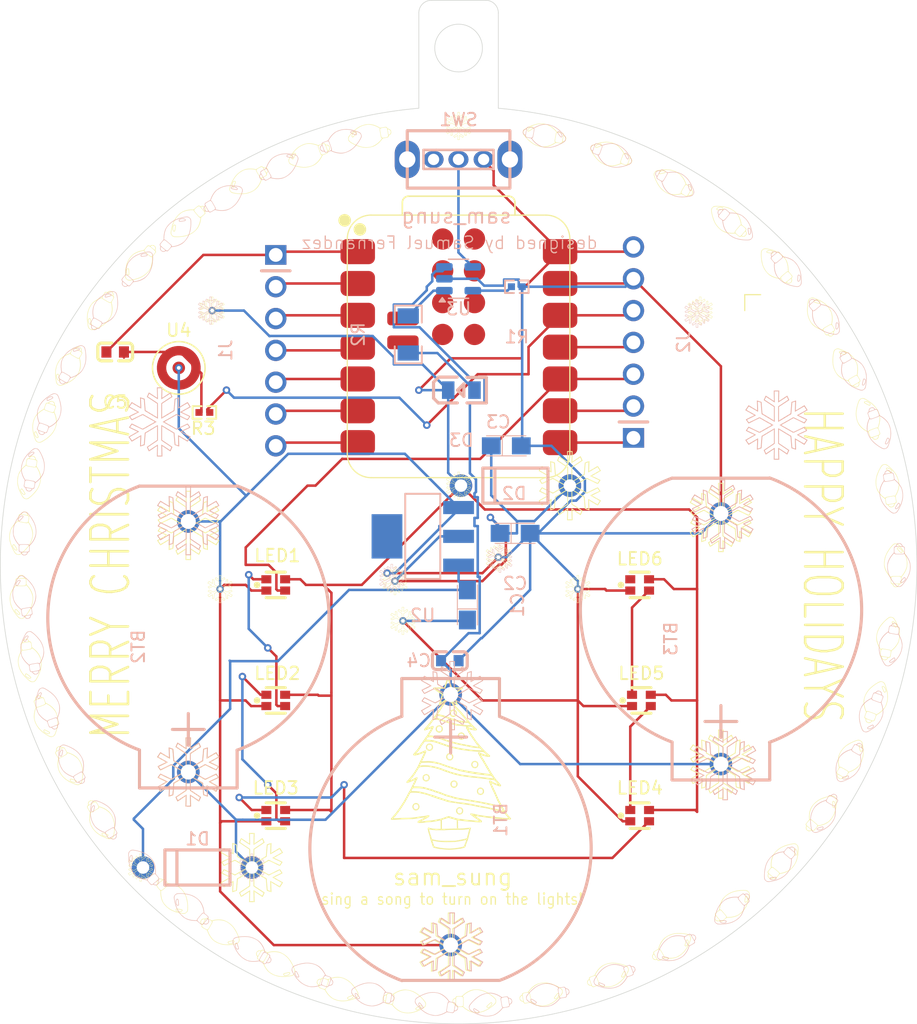
<source format=kicad_pcb>
(kicad_pcb (version 20241228) (generator "pcbnew") (generator_version "9.0")
  (layers (0 "F.Cu" signal) (2 "B.Cu" signal) (13 "F.Paste" user) (15 "B.Paste" user) (5 "F.SilkS" user "F.Silkscreen") (7 "B.SilkS" user "B.Silkscreen") (1 "F.Mask" user) (3 "B.Mask" user) (25 "Edge.Cuts" user))
  (net 0 "")
  (net 2 "Net-(LED1-DO)")
  (net 3 "GND")
  (net 4 "LED")
  (net 5 "VBUS")
  (net 6 "Net-(U4-+)")
  (net 7 "Net-(LED2-DO)")
  (net 8 "Net-(LED3-DO)")
  (net 9 "Net-(LED4-DO)")
  (net 10 "Net-(LED5-DO)")
  (net 11 "MIC")
  (net 12 "Net-(U3-STAT)")
  (net 13 "Net-(U3-PROG)")
  (net 14 "+BATT")
  (net 15 "Net-(U3-V_{DD})")
  (net 16 "Net-(D1-K)")
  (net 17 "Net-(D2-A)")
  (net 18 "Net-(D3-K)")
  (net 19 "Net-(J1-Pin_4)")
  (net 20 "Net-(J1-Pin_6)")
  (net 21 "Net-(J1-Pin_3)")
  (net 22 "Net-(J1-Pin_5)")
  (net 23 "Net-(J1-Pin_2)")
  (net 24 "+3.3V")
  (net 25 "Net-(J2-Pin_4)")
  (net 37 "Net-(J1-Pin_7)")
  (net 38 "Net-(J2-Pin_1)")
  (net 39 "Net-(J2-Pin_2)")
  (footprint "LOGO" (layer "F.Cu") (at 157.734 136.652 -80)
    (property "Reference" "G***" (hide yes))
    (property "Value" "LOGO" (hide yes))
  )
  (footprint "LOGO" (layer "F.Cu") (at 172.085 98.552)
    (property "Reference" "G***" (hide yes))
    (property "Value" "LOGO" (hide yes))
  )
  (footprint "LOGO" (layer "F.Cu") (at 172.72 74.93 50)
    (property "Reference" "G***" (hide yes))
    (property "Value" "LOGO" (hide yes))
  )
  (footprint "easyeda2kicad:LED-SMD_4P-L1.6-W1.5_XL-1615RGBC-WS2812B" (layer "F.Cu") (at 165.595 103.937)
    (property "Reference" "LED6")
    (property "Value" "XL-1615RGBC-WS2812B" (hide yes))
  )
  (footprint "LOGO" (layer "F.Cu") (at 172.974 129.54 -50)
    (property "Reference" "G***" (hide yes))
    (property "Value" "LOGO" (hide yes))
  )
  (footprint "LOGO" (layer "F.Cu") (at 131.445 82.042)
    (property "Reference" "G***" (hide yes))
    (property "Value" "LOGO" (hide yes))
  )
  (footprint "LOGO" (layer "F.Cu") (at 134.366 71.628 120)
    (property "Reference" "G***" (hide yes))
    (property "Value" "LOGO" (hide yes))
  )
  (footprint "easyeda2kicad:R0402" (layer "F.Cu") (at 130.824 90.17)
    (property "Reference" "R3")
    (property "Value" "2.2k")
  )
  (footprint "LOGO" (layer "F.Cu") (at 134.62 126.492)
    (property "Reference" "G***" (hide yes))
    (property "Value" "LOGO" (hide yes))
  )
  (footprint "easyeda2kicad:LED-SMD_4P-L1.6-W1.5_XL-1615RGBC-WS2812B" (layer "F.Cu") (at 165.735 113.157)
    (property "Reference" "LED5")
    (property "Value" "XL-1615RGBC-WS2812B" (hide yes))
  )
  (footprint "LOGO" (layer "F.Cu") (at 182.372 117.856 -30)
    (property "Reference" "G***" (hide yes))
    (property "Value" "LOGO" (hide yes))
  )
  (footprint "LOGO" (layer "F.Cu") (at 129.54 99.187)
    (property "Reference" "G***" (hide yes))
    (property "Value" "LOGO" (hide yes))
  )
  (footprint "LOGO" (layer "F.Cu") (at 151.13 96.012)
    (property "Reference" "G***" (hide yes))
    (property "Value" "LOGO" (hide yes))
  )
  (footprint "LOGO" (layer "F.Cu") (at 122.555 82.042 150)
    (property "Reference" "G***" (hide yes))
    (property "Value" "LOGO" (hide yes))
  )
  (footprint "LOGO" (layer "F.Cu") (at 180.086 122.174 -40)
    (property "Reference" "G***" (hide yes))
    (property "Value" "LOGO" (hide yes))
  )
  (footprint "LOGO" (layer "F.Cu") (at 129.54 74.93 130)
    (property "Reference" "G***" (hide yes))
    (property "Value" "LOGO" (hide yes))
  )
  (footprint "LOGO" (layer "F.Cu") (at 120.015 118.364 -150)
    (property "Reference" "G***" (hide yes))
    (property "Value" "LOGO" (hide yes))
  )
  (footprint "LOGO" (layer "F.Cu") (at 150.495 118.237)
    (property "Reference" "G***" (hide yes))
    (property "Value" "LOGO" (hide yes))
  )
  (footprint "LOGO" (layer "F.Cu") (at 183.896 90.678 20)
    (property "Reference" "G***" (hide yes))
    (property "Value" "LOGO" (hide yes))
  )
  (footprint "LOGO" (layer "F.Cu") (at 128.27 128.778 -140)
    (property "Reference" "G***" (hide yes))
    (property "Value" "LOGO" (hide yes))
  )
  (footprint "LOGO" (layer "F.Cu") (at 177.038 125.984 -40)
    (property "Reference" "G***" (hide yes))
    (property "Value" "LOGO" (hide yes))
  )
  (footprint "easyeda2kicad:LED-SMD_4P-L1.6-W1.5_XL-1615RGBC-WS2812B" (layer "F.Cu") (at 165.595 122.352)
    (property "Reference" "LED4")
    (property "Value" "XL-1615RGBC-WS2812B" (hide yes))
  )
  (footprint "LOGO" (layer "F.Cu") (at 146.685 106.807)
    (property "Reference" "G***" (hide yes))
    (property "Value" "LOGO" (hide yes))
  )
  (footprint "LOGO" (layer "F.Cu") (at 160.655 104.267)
    (property "Reference" "G***" (hide yes))
    (property "Value" "LOGO" (hide yes))
  )
  (footprint "LOGO" (layer "F.Cu") (at 163.068 135.128 -70)
    (property "Reference" "G***" (hide yes))
    (property "Value" "LOGO" (hide yes))
  )
  (footprint "LOGO" (layer "F.Cu") (at 116.84 95.377 170)
    (property "Reference" "G***" (hide yes))
    (property "Value" "LOGO" (hide yes))
  )
  (footprint "LOGO" (layer "F.Cu") (at 144.018 68.072 100)
    (property "Reference" "G***" (hide yes))
    (property "Value" "LOGO" (hide yes))
  )
  (footprint "LOGO" (layer "F.Cu") (at 116.205 99.822 170)
    (property "Reference" "G***" (hide yes))
    (property "Value" "LOGO" (hide yes))
  )
  (footprint "LOGO" (layer "F.Cu") (at 160.02 96.012)
    (property "Reference" "G***" (hide yes))
    (property "Value" "LOGO" (hide yes))
  )
  (footprint "LOGO" (layer "F.Cu") (at 184.404 113.284 -20)
    (property "Reference" "G***" (hide yes))
    (property "Value" "LOGO" (hide yes))
  )
  (footprint "LOGO" (layer "F.Cu") (at 146.812 137.16 -100)
    (property "Reference" "G***" (hide yes))
    (property "Value" "LOGO" (hide yes))
  )
  (footprint "LOGO" (layer "F.Cu") (at 120.015 86.487 150)
    (property "Reference" "G***" (hide yes))
    (property "Value" "LOGO" (hide yes))
  )
  (footprint "LOGO" (layer "F.Cu") (at 176.53 78.486 40)
    (property "Reference" "G***" (hide yes))
    (property "Value" "LOGO" (hide yes))
  )
  (footprint "LOGO" (layer "F.Cu") (at 157.988 68.072 80)
    (property "Reference" "G***" (hide yes))
    (property "Value" "LOGO" (hide yes))
  )
  (footprint "LOGO" (layer "F.Cu") (at 185.42 96.012 10)
    (property "Reference" "G***" (hide yes))
    (property "Value" "LOGO" (hide yes))
  )
  (footprint "LOGO" (layer "F.Cu") (at 116.205 104.902 180)
    (property "Reference" "G***" (hide yes))
    (property "Value" "LOGO" (hide yes))
  )
  (footprint "LOGO" (layer "F.Cu") (at 182.118 86.614 30)
    (property "Reference" "G***" (hide yes))
    (property "Value" "LOGO" (hide yes))
  )
  (footprint "LOGO" (layer "F.Cu") (at 170.434 82.042)
    (property "Reference" "G***" (hide yes))
    (property "Value" "LOGO" (hide yes))
  )
  (footprint "LOGO" (layer "F.Cu") (at 151.13 67.31)
    (property "Reference" "G***" (hide yes))
    (property "Value" "LOGO" (hide yes))
  )
  (footprint "LOGO" (layer "F.Cu") (at 150.495 132.842)
    (property "Reference" "G***" (hide yes))
    (property "Value" "LOGO" (hide yes))
  )
  (footprint "LOGO" (layer "F.Cu") (at 172.085 118.237)
    (property "Reference" "G***" (hide yes))
    (property "Value" "LOGO" (hide yes))
  )
  (footprint "easyeda2kicad:LED-SMD_4P-L1.6-W1.5_XL-1615RGBC-WS2812B" (layer "F.Cu") (at 136.525 103.937)
    (property "Reference" "LED1")
    (property "Value" "XL-1615RGBC-WS2812B" (hide yes))
  )
  (footprint "LOGO" (layer "F.Cu") (at 122.555 122.682 -150)
    (property "Reference" "G***" (hide yes))
    (property "Value" "LOGO" (hide yes))
  )
  (footprint "LOGO" (layer "F.Cu") (at 139.192 69.596 110)
    (property "Reference" "G***" (hide yes))
    (property "Value" "LOGO" (hide yes))
  )
  (footprint "LOGO" (layer "F.Cu") (at 136.525 134.112 -120)
    (property "Reference" "G***" (hide yes))
    (property "Value" "LOGO" (hide yes))
  )
  (footprint "easyeda2kicad:C0603" (layer "F.Cu") (at 123.698 85.344 180)
    (property "Reference" "C5")
    (property "Value" "10uF" (hide yes))
  )
  (footprint "easyeda2kicad:LED-SMD_4P-L1.6-W1.5_XL-1615RGBC-WS2812B" (layer "F.Cu") (at 136.525 113.157)
    (property "Reference" "LED2")
    (property "Value" "XL-1615RGBC-WS2812B" (hide yes))
  )
  (footprint "LOGO" (layer "F.Cu") (at 185.42 108.204 -10)
    (property "Reference" "G***" (hide yes))
    (property "Value" "LOGO" (hide yes))
  )
  (footprint "LOGO" (layer "F.Cu") (at 141.478 136.144 -110)
    (property "Reference" "G***" (hide yes))
    (property "Value" "LOGO" (hide yes))
  )
  (footprint "LOGO" (layer "F.Cu") (at 125.73 126.492)
    (property "Reference" "G***" (hide yes))
    (property "Value" "LOGO" (hide yes))
  )
  (footprint "LOGO" (layer "F.Cu") (at 146.05 103.632)
    (property "Reference" "G***" (hide yes))
    (property "Value" "LOGO" (hide yes))
  )
  (footprint "xiao:XIAO-ESP32S3-SMD" (layer "F.Cu") (at 151.136364 84.912)
    (property "Reference" "U1" (hide yes))
    (property "Value" "XIAO-ESP32-C3-SMD")
  )
  (footprint "LOGO" (layer "F.Cu") (at 186.055 102.362)
    (property "Reference" "G***" (hide yes))
    (property "Value" "LOGO" (hide yes))
  )
  (footprint "LOGO" (layer "F.Cu") (at 132.08 104.267)
    (property "Reference" "G***" (hide yes))
    (property "Value" "LOGO" (hide yes))
  )
  (footprint "LOGO" (layer "F.Cu") (at 163.322 69.596 70)
    (property "Reference" "G***" (hide yes))
    (property "Value" "LOGO" (hide yes))
  )
  (footprint "LOGO" (layer "F.Cu") (at 129.54 118.872)
    (property "Reference" "G***" (hide yes))
    (property "Value" "LOGO" (hide yes))
  )
  (footprint "LOGO" (layer "F.Cu") (at 154.305 101.727)
    (property "Reference" "G***" (hide yes))
    (property "Value" "LOGO" (hide yes))
  )
  (footprint "LOGO" (layer "F.Cu") (at 125.73 78.232 140)
    (property "Reference" "G***" (hide yes))
    (property "Value" "LOGO" (hide yes))
  )
  (footprint "Sensor_Audio:CUI_CMC-4013-SMT" (layer "F.Cu") (at 128.778 86.614)
    (property "Reference" "U4")
    (property "Value" "B4013AM422-42" (hide yes))
  )
  (footprint "LOGO" (layer "F.Cu") (at 118.11 90.932 160)
    (property "Reference" "G***" (hide yes))
    (property "Value" "LOGO" (hide yes))
  )
  (footprint "LOGO" (layer "F.Cu") (at 116.84 109.982 -170)
    (property "Reference" "G***" (hide yes))
    (property "Value" "LOGO" (hide yes))
  )
  (footprint "LOGO" (layer "F.Cu") (at 168.275 71.882 60)
    (property "Reference" "G***" (hide yes))
    (property "Value" "LOGO" (hide yes))
  )
  (footprint "easyeda2kicad:LED-SMD_4P-L1.6-W1.5_XL-1615RGBC-WS2812B" (layer "F.Cu") (at 136.525 122.352)
    (property "Reference" "LED3")
    (property "Value" "XL-1615RGBC-WS2812B" (hide yes))
  )
  (footprint "LOGO" (layer "F.Cu") (at 168.148 132.842 -60)
    (property "Reference" "G***" (hide yes))
    (property "Value" "LOGO" (hide yes))
  )
  (footprint "LOGO" (layer "F.Cu") (at 180.086 82.55 30)
    (property "Reference" "G***" (hide yes))
    (property "Value" "LOGO" (hide yes))
  )
  (footprint "LOGO" (layer "F.Cu") (at 132.08 131.572 -120)
    (property "Reference" "G***" (hide yes))
    (property "Value" "LOGO" (hide yes))
  )
  (footprint "LOGO" (layer "F.Cu") (at 152.4 137.16 -90)
    (property "Reference" "G***" (hide yes))
    (property "Value" "LOGO" (hide yes))
  )
  (footprint "LOGO" (layer "F.Cu") (at 118.11 114.427 -160)
    (property "Reference" "G***" (hide yes))
    (property "Value" "LOGO" (hide yes))
  )
  (footprint "easyeda2kicad:BAT-TH_AAA-BAT-029-K01" (layer "B.Cu") (at 129.54 108.872 -90)
    (property "Reference" "BT2")
    (property "Value" "Battery_Cell")
  )
  (footprint "LOGO" (layer "B.Cu") (at 122.809 82.042 150)
    (property "Reference" "G***" (hide yes))
    (property "Value" "LOGO" (hide yes))
  )
  (footprint "LOGO" (layer "B.Cu") (at 173.228 75.184 50)
    (property "Reference" "G***" (hide yes))
    (property "Value" "LOGO" (hide yes))
  )
  (footprint "LOGO" (layer "B.Cu") (at 172.974 129.794 -50)
    (property "Reference" "G***" (hide yes))
    (property "Value" "LOGO" (hide yes))
  )
  (footprint "LOGO" (layer "B.Cu") (at 117.094 109.347 -170)
    (property "Reference" "G***" (hide yes))
    (property "Value" "LOGO" (hide yes))
  )
  (footprint "LOGO" (layer "B.Cu") (at 185.674 96.52 10)
    (property "Reference" "G***" (hide yes))
    (property "Value" "LOGO" (hide yes))
  )
  (footprint "easyeda2kicad:SW-TH_SS-12D02-VG4" (layer "B.Cu") (at 151.13 69.977)
    (property "Reference" "SW1")
    (property "Value" "SS-12D02-VG4")
  )
  (footprint "LOGO" (layer "B.Cu") (at 116.459 99.822 180)
    (property "Reference" "G***" (hide yes))
    (property "Value" "LOGO" (hide yes))
  )
  (footprint "LOGO" (layer "B.Cu") (at 163.576 135.128 -70)
    (property "Reference" "G***" (hide yes))
    (property "Value" "LOGO" (hide yes))
  )
  (footprint "LOGO" (layer "B.Cu") (at 134.62 126.492)
    (property "Reference" "G***" (hide yes))
    (property "Value" "LOGO" (hide yes))
  )
  (footprint "LOGO" (layer "B.Cu") (at 125.984 126.492 -140)
    (property "Reference" "G***" (hide yes))
    (property "Value" "LOGO" (hide yes))
  )
  (footprint "LOGO" (layer "B.Cu") (at 131.318 82.042)
    (property "Reference" "G***" (hide yes))
    (property "Value" "LOGO" (hide yes))
  )
  (footprint "easyeda2kicad:CASE-A_3216" (layer "B.Cu") (at 154.94 92.837)
    (property "Reference" "C3")
    (property "Value" "47uF")
  )
  (footprint "LOGO" (layer "B.Cu") (at 128.524 75.946 140)
    (property "Reference" "G***" (hide yes))
    (property "Value" "LOGO" (hide yes))
  )
  (footprint "LOGO" (layer "B.Cu") (at 180.34 122.174 -30)
    (property "Reference" "G***" (hide yes))
    (property "Value" "LOGO" (hide yes))
  )
  (footprint "LOGO" (layer "B.Cu") (at 184.658 91.44 20)
    (property "Reference" "G***" (hide yes))
    (property "Value" "LOGO" (hide yes))
  )
  (footprint "LOGO" (layer "B.Cu") (at 141.732 68.58 110)
    (property "Reference" "G***" (hide yes))
    (property "Value" "LOGO" (hide yes))
  )
  (footprint "LOGO" (layer "B.Cu") (at 136.779 70.612 120)
    (property "Reference" "G***" (hide yes))
    (property "Value" "LOGO" (hide yes))
  )
  (footprint "easyeda2kicad:R1206" (layer "B.Cu") (at 147.11 83.947 -90)
    (property "Reference" "R2")
    (property "Value" "1k")
  )
  (footprint "easyeda2kicad:DO-41_BD2.4-L4.7-P8.70-D0.9-RD" (layer "B.Cu") (at 130.27 126.492)
    (property "Reference" "D1")
    (property "Value" "D")
  )
  (footprint "LOGO" (layer "B.Cu") (at 144.272 136.652 -100)
    (property "Reference" "G***" (hide yes))
    (property "Value" "LOGO" (hide yes))
  )
  (footprint "easyeda2kicad:DO-41_BD2.4-L4.7-P8.70-D0.9-RD" (layer "B.Cu") (at 155.67 96.012)
    (property "Reference" "D2")
    (property "Value" "D")
  )
  (footprint "LOGO" (layer "B.Cu") (at 157.988 68.072 80)
    (property "Reference" "G***" (hide yes))
    (property "Value" "LOGO" (hide yes))
  )
  (footprint "easyeda2kicad:HDR-TH_7P-P2.54-V-F" (layer "B.Cu") (at 136.525 85.217 -90)
    (property "Reference" "J1")
    (property "Value" "Conn_01x07")
  )
  (footprint "LOGO" (layer "B.Cu") (at 163.322 69.596 70)
    (property "Reference" "G***" (hide yes))
    (property "Value" "LOGO" (hide yes))
  )
  (footprint "LOGO" (layer "B.Cu") (at 182.626 86.868 30)
    (property "Reference" "G***" (hide yes))
    (property "Value" "LOGO" (hide yes))
  )
  (footprint "LOGO" (layer "B.Cu") (at 182.372 118.11 -30)
    (property "Reference" "G***" (hide yes))
    (property "Value" "LOGO" (hide yes))
  )
  (footprint "LOGO" (layer "B.Cu") (at 176.784 126.238 -40)
    (property "Reference" "G***" (hide yes))
    (property "Value" "LOGO" (hide yes))
  )
  (footprint "LOGO" (layer "B.Cu") (at 184.15 114.046 -20)
    (property "Reference" "G***" (hide yes))
    (property "Value" "LOGO" (hide yes))
  )
  (footprint "easyeda2kicad:LED0805-R-RD" (layer "B.Cu") (at 151.35 88.392)
    (property "Reference" "D3")
    (property "Value" "ORANGE")
  )
  (footprint "LOGO" (layer "B.Cu") (at 172.212 98.298)
    (property "Reference" "G***" (hide yes))
    (property "Value" "LOGO" (hide yes))
  )
  (footprint "LOGO" (layer "B.Cu") (at 149.352 137.414 -100)
    (property "Reference" "G***" (hide yes))
    (property "Value" "LOGO" (hide yes))
  )
  (footprint "LOGO" (layer "B.Cu") (at 168.402 71.882 60)
    (property "Reference" "G***" (hide yes))
    (property "Value" "LOGO" (hide yes))
  )
  (footprint "LOGO" (layer "B.Cu") (at 116.459 104.902 -170)
    (property "Reference" "G***" (hide yes))
    (property "Value" "LOGO" (hide yes))
  )
  (footprint "LOGO" (layer "B.Cu") (at 170.18 82.296)
    (property "Reference" "G***" (hide yes))
    (property "Value" "LOGO" (hide yes))
  )
  (footprint "LOGO" (layer "B.Cu") (at 177.292 78.74 40)
    (property "Reference" "G***" (hide yes))
    (property "Value" "LOGO" (hide yes))
  )
  (footprint "easyeda2kicad:BAT-TH_AAA-BAT-029-K01" (layer "B.Cu") (at 150.495 122.682 90)
    (property "Reference" "BT1")
    (property "Value" "Battery_Cell")
  )
  (footprint "easyeda2kicad:HDR-TH_7P-P2.54-V-F" (layer "B.Cu") (at 165.1 84.582 90)
    (property "Reference" "J2")
    (property "Value" "Conn_01x07")
  )
  (footprint "LOGO" (layer "B.Cu") (at 153.67 137.414 -80)
    (property "Reference" "G***" (hide yes))
    (property "Value" "LOGO" (hide yes))
  )
  (footprint "easyeda2kicad:BAT-TH_AAA-BAT-029-K01" (layer "B.Cu") (at 172.085 108.237 -90)
    (property "Reference" "BT3")
    (property "Value" "Battery_Cell")
  )
  (footprint "easyeda2kicad:CASE-A_3216" (layer "B.Cu") (at 155.645 99.822)
    (property "Reference" "C2")
    (property "Value" "47uF")
  )
  (footprint "LOGO" (layer "B.Cu") (at 118.364 90.297 160)
    (property "Reference" "G***" (hide yes))
    (property "Value" "LOGO" (hide yes))
  )
  (footprint "LOGO" (layer "B.Cu") (at 172.427981 118.364)
    (property "Reference" "G***" (hide yes))
    (property "Value" "LOGO" (hide yes))
  )
  (footprint "LOGO" (layer "B.Cu") (at 134.62 133.096 -120)
    (property "Reference" "G***" (hide yes))
    (property "Value" "LOGO" (hide yes))
  )
  (footprint "easyeda2kicad:SOT-223_L6.5-W3.5-P2.30-LS7.0-BR" (layer "B.Cu") (at 148.27 100.062)
    (property "Reference" "U2")
    (property "Value" "TLV1117-50")
  )
  (footprint "LOGO" (layer "B.Cu") (at 125.476 78.74 140)
    (property "Reference" "G***" (hide yes))
    (property "Value" "LOGO" (hide yes))
  )
  (footprint "LOGO" (layer "B.Cu") (at 120.269 118.237 -150)
    (property "Reference" "G***" (hide yes))
    (property "Value" "LOGO" (hide yes))
  )
  (footprint "LOGO" (layer "B.Cu") (at 129.54 98.806)
    (property "Reference" "G***" (hide yes))
    (property "Value" "LOGO" (hide yes))
  )
  (footprint "easyeda2kicad:R0402" (layer "B.Cu") (at 155.78 80.137)
    (property "Reference" "R1")
    (property "Value" "33k")
  )
  (footprint "LOGO" (layer "B.Cu") (at 150.622 132.842)
    (property "Reference" "G***" (hide yes))
    (property "Value" "LOGO" (hide yes))
  )
  (footprint "LOGO" (layer "B.Cu") (at 186.309 102.362)
    (property "Reference" "G***" (hide yes))
    (property "Value" "LOGO" (hide yes))
  )
  (footprint "LOGO" (layer "B.Cu") (at 150.622 112.776)
    (property "Reference" "G***" (hide yes))
    (property "Value" "LOGO" (hide yes))
  )
  (footprint "LOGO" (layer "B.Cu") (at 129.794 129.794 -130)
    (property "Reference" "G***" (hide yes))
    (property "Value" "LOGO" (hide yes))
  )
  (footprint "LOGO" (layer "B.Cu") (at 158.242 136.652 -80)
    (property "Reference" "G***" (hide yes))
    (property "Value" "LOGO" (hide yes))
  )
  (footprint "LOGO" (layer "B.Cu") (at 118.364 113.792 -160)
    (property "Reference" "G***" (hide yes))
    (property "Value" "LOGO" (hide yes))
  )
  (footprint "LOGO" (layer "B.Cu") (at 132.334 73.152 120)
    (property "Reference" "G***" (hide yes))
    (property "Value" "LOGO" (hide yes))
  )
  (footprint "LOGO" (layer "B.Cu") (at 176.53 91.186)
    (property "Reference" "G***" (hide yes))
    (property "Value" "LOGO" (hide yes))
  )
  (footprint "LOGO" (layer "B.Cu") (at 168.529 132.842 -60)
    (property "Reference" "G***" (hide yes))
    (property "Value" "LOGO" (hide yes))
  )
  (footprint "LOGO" (layer "B.Cu") (at 127.254 90.932)
    (property "Reference" "G***" (hide yes))
    (property "Value" "LOGO" (hide yes))
  )
  (footprint "LOGO" (layer "B.Cu") (at 154.432 101.854)
    (property "Reference" "G***" (hide yes))
    (property "Value" "LOGO" (hide yes))
  )
  (footprint "LOGO" (layer "B.Cu") (at 180.34 82.55 40)
    (property "Reference" "G***" (hide yes))
    (property "Value" "LOGO" (hide yes))
  )
  (footprint "LOGO" (layer "B.Cu") (at 122.809 122.682 -150)
    (property "Reference" "G***" (hide yes))
    (property "Value" "LOGO" (hide yes))
  )
  (footprint "easyeda2kicad:CASE-A_3216" (layer "B.Cu") (at 151.835 105.537 90)
    (property "Reference" "C1")
    (property "Value" "47uF")
  )
  (footprint "LOGO" (layer "B.Cu") (at 139.446 135.128 -110)
    (property "Reference" "G***" (hide yes))
    (property "Value" "LOGO" (hide yes))
  )
  (footprint "LOGO" (layer "B.Cu") (at 185.674 108.712 -10)
    (property "Reference" "G***" (hide yes))
    (property "Value" "LOGO" (hide yes))
  )
  (footprint "LOGO" (layer "B.Cu") (at 145.796 103.378)
    (property "Reference" "G***" (hide yes))
    (property "Value" "LOGO" (hide yes))
  )
  (footprint "LOGO" (layer "B.Cu") (at 117.094 94.742 170)
    (property "Reference" "G***" (hide yes))
    (property "Value" "LOGO" (hide yes))
  )
  (footprint "LOGO" (layer "B.Cu") (at 129.54 118.872)
    (property "Reference" "G***" (hide yes))
    (property "Value" "LOGO" (hide yes))
  )
  (footprint "Package_TO_SOT_SMD:SOT-23-5" (layer "B.Cu") (at 151.13 79.502)
    (property "Reference" "U3")
    (property "Value" "MCP73831-2-OT")
  )
  (footprint "easyeda2kicad:C0603" (layer "B.Cu") (at 150.43 109.982)
    (property "Reference" "C4")
    (property "Value" "10uF")
  )
  (footprint "LOGO" (layer "B.Cu") (at 120.269 86.36 150)
    (property "Reference" "G***" (hide yes))
    (property "Value" "LOGO" (hide yes))
  )
  (gr_line (start 173.99 82.042) (end 173.99 80.772) (stroke (width 0.1)) (layer "F.SilkS"))
  (gr_line (start 173.99 80.772) (end 175.26 80.772) (stroke (width 0.1)) (layer "F.SilkS"))
  (gr_line (start 147.955027 65.891558) (end 147.955003 58.277003) (stroke (width 0.05)) (layer "Edge.Cuts"))
  (gr_line (start 148.955003 57.277) (end 153.304997 57.277) (stroke (width 0.05)) (layer "Edge.Cuts"))
  (gr_circle (center 151.13 61.087) (end 151.13 59.182) (stroke (width 0.05)) (fill no) (layer "Edge.Cuts"))
  (gr_arc (start 147.955003 58.277003) (mid 148.247895 57.569894) (end 148.955003 57.277) (stroke (width 0.05)) (layer "Edge.Cuts"))
  (gr_line (start 154.304973 65.891558) (end 154.304997 58.277003) (stroke (width 0.05)) (layer "Edge.Cuts"))
  (gr_arc (start 153.304997 57.277) (mid 154.012105 57.569894) (end 154.304997 58.277003) (stroke (width 0.05)) (layer "Edge.Cuts"))
  (gr_arc (start 154.304985 65.891558) (mid 151.13 138.970383) (end 147.955015 65.891558) (stroke (width 0.05)) (layer "Edge.Cuts"))
  (gr_text "sing a song to turn on the lights!" (at 150.622 129.54 0) (layer "F.SilkS") (effects (font (size 0.9 0.8) (thickness 0.1)) (justify bottom)))
  (gr_text "MERRY CHRISTMAS" (at 125.095 116.332 90) (layer "F.SilkS") (effects (font (size 3 2) (thickness 0.2)) (justify left bottom)))
  (gr_text "MERRY CHRISTMAS" (at 125.095 116.332 90) (layer "F.SilkS") (effects (font (size 3 2) (thickness 0.2)) (justify left bottom)))
  (gr_text "HAPPY HOLIDAYS" (at 178.435 89.662 270) (layer "F.SilkS") (effects (font (size 3 2) (thickness 0.2)) (justify left bottom)))
  (gr_text "sam_sung" (at 145.796 128.016 0) (layer "F.SilkS") (effects (font (size 1.3 1.3)) (justify left bottom)))
  (gr_text "sam_sung" (at 155.448 75.184 0) (layer "B.SilkS") (effects (font (size 1.2 1.2)) (justify left bottom mirror)))
  (gr_text "designed by Samuel Fernandez" (at 162.306 77.216 0) (layer "B.SilkS") (effects (font (size 1 1) (thickness 0.1)) (justify left bottom mirror)))
  (segment (start 136.675 113.607) (end 137.275 113.607) (width 0.2) (layer "F.Cu") (net 2))
  (segment (start 135.89 108.966) (end 136.574 109.65) (width 0.2) (layer "F.Cu") (net 2))
  (segment (start 136.574 113.506) (end 136.675 113.607) (width 0.2) (layer "F.Cu") (net 2))
  (segment (start 136.574 109.65) (end 136.574 113.506) (width 0.2) (layer "F.Cu") (net 2))
  (segment (start 135.775 103.487) (end 134.729 103.487) (width 0.2) (layer "F.Cu") (net 2))
  (segment (start 134.729 103.487) (end 134.366 103.124) (width 0.2) (layer "F.Cu") (net 2))
  (via (at 135.89 108.966) (size 0.6) (drill 0.3) (layers "F.Cu" "B.Cu") (net 2))
  (via (at 134.366 103.124) (size 0.6) (drill 0.3) (layers "F.Cu" "B.Cu") (net 2))
  (segment (start 134.366 107.442) (end 135.89 108.966) (width 0.2) (layer "B.Cu") (net 2))
  (segment (start 134.366 103.124) (end 134.366 107.442) (width 0.2) (layer "B.Cu") (net 2))
  (segment (start 150.495 132.682) (end 136.365 132.682) (width 0.2) (layer "F.Cu") (net 3))
  (segment (start 162.814 104.267) (end 162.865 104.267) (width 0.2) (layer "F.Cu") (net 3))
  (segment (start 132.214 122.802) (end 132.08 122.936) (width 0.2) (layer "F.Cu") (net 3))
  (segment (start 160.655 104.267) (end 162.814 104.267) (width 0.2) (layer "F.Cu") (net 3))
  (segment (start 132.08 113.157) (end 132.08 121.412) (width 0.2) (layer "F.Cu") (net 3))
  (segment (start 164.845 104.387) (end 162.934 104.387) (width 0.2) (layer "F.Cu") (net 3))
  (segment (start 164.723 79.879) (end 165.1 79.502) (width 0.2) (layer "F.Cu") (net 3))
  (segment (start 132.08 122.936) (end 132.08 121.412) (width 0.2) (layer "F.Cu") (net 3))
  (segment (start 132.08 104.267) (end 132.08 113.157) (width 0.2) (layer "F.Cu") (net 3))
  (segment (start 172.085 98.237) (end 172.085 86.487) (width 0.2) (layer "F.Cu") (net 3))
  (segment (start 135.775 122.802) (end 132.214 122.802) (width 0.2) (layer "F.Cu") (net 3))
  (segment (start 159.24 79.879) (end 164.723 79.879) (width 0.2) (layer "F.Cu") (net 3))
  (segment (start 136.365 132.682) (end 132.08 128.397) (width 0.2) (layer "F.Cu") (net 3))
  (segment (start 146.685 106.807) (end 153.035 113.157) (width 0.2) (layer "F.Cu") (net 3))
  (segment (start 135.775 104.387) (end 134.575 104.387) (width 0.2) (layer "F.Cu") (net 3))
  (segment (start 132.08 128.397) (end 132.08 122.936) (width 0.2) (layer "F.Cu") (net 3))
  (segment (start 132.08 113.157) (end 134.112 113.157) (width 0.2) (layer "F.Cu") (net 3))
  (segment (start 164.245 122.802) (end 160.655 119.212) (width 0.2) (layer "F.Cu") (net 3))
  (segment (start 153.035 113.157) (end 160.655 113.157) (width 0.2) (layer "F.Cu") (net 3))
  (segment (start 160.655 119.212) (end 160.655 113.157) (width 0.2) (layer "F.Cu") (net 3))
  (segment (start 134.575 104.387) (end 134.125 103.937) (width 0.2) (layer "F.Cu") (net 3))
  (segment (start 132.41 103.937) (end 132.08 104.267) (width 0.2) (layer "F.Cu") (net 3))
  (segment (start 145.415 102.997) (end 153.035 102.997) (width 0.2) (layer "F.Cu") (net 3))
  (segment (start 161.105 113.607) (end 160.655 113.157) (width 0.2) (layer "F.Cu") (net 3))
  (segment (start 134.112 113.157) (end 134.125 113.157) (width 0.2) (layer "F.Cu") (net 3))
  (segment (start 172.085 86.487) (end 165.1 79.502) (width 0.2) (layer "F.Cu") (net 3))
  (segment (start 162.934 104.387) (end 162.814 104.267) (width 0.2) (layer "F.Cu") (net 3))
  (segment (start 164.845 122.802) (end 164.245 122.802) (width 0.2) (layer "F.Cu") (net 3))
  (segment (start 153.035 102.997) (end 154.305 101.727) (width 0.2) (layer "F.Cu") (net 3))
  (segment (start 135.775 113.607) (end 134.562 113.607) (width 0.2) (layer "F.Cu") (net 3))
  (segment (start 134.562 113.607) (end 134.112 113.157) (width 0.2) (layer "F.Cu") (net 3))
  (segment (start 164.985 113.607) (end 161.105 113.607) (width 0.2) (layer "F.Cu") (net 3))
  (segment (start 160.655 113.157) (end 160.655 104.267) (width 0.2) (layer "F.Cu") (net 3))
  (segment (start 134.125 103.937) (end 132.41 103.937) (width 0.2) (layer "F.Cu") (net 3))
  (via (at 132.08 104.267) (size 0.6) (drill 0.3) (layers "F.Cu" "B.Cu") (net 3))
  (via (at 154.305 101.727) (size 0.6) (drill 0.3) (layers "F.Cu" "B.Cu") (net 3))
  (via (at 160.655 104.267) (size 0.6) (drill 0.3) (layers "F.Cu" "B.Cu") (net 3))
  (via (at 145.415 102.997) (size 0.6) (drill 0.3) (layers "F.Cu" "B.Cu") (net 3))
  (via (at 128.778 86.614) (size 0.6) (drill 0.3) (layers "F.Cu" "B.Cu") (net 3))
  (via (at 146.685 106.807) (size 0.6) (drill 0.3) (layers "F.Cu" "B.Cu") (net 3))
  (segment (start 154.764 80.051) (end 153.170968 80.051) (width 0.2) (layer "B.Cu") (net 3))
  (segment (start 160.517471 97.213) (end 161.221 96.509471) (width 0.2) (layer "B.Cu") (net 3))
  (segment (start 155.936 79.566) (end 154.764 79.566) (width 0.2) (layer "B.Cu") (net 3))
  (segment (start 156.21 80.137) (end 164.465 80.137) (width 0.2) (layer "B.Cu") (net 3))
  (segment (start 137.51776 93.472) (end 136.57688 94.41288) (width 0.2) (layer "B.Cu") (net 3))
  (segment (start 158.543471 92.837) (end 156.14 92.837) (width 0.2) (layer "B.Cu") (net 3))
  (segment (start 151.765 106.807) (end 146.685 106.807) (width 0.2) (layer "B.Cu") (net 3))
  (segment (start 156.21 80.137) (end 156.21 92.767) (width 0.2) (layer "B.Cu") (net 3))
  (segment (start 153.170968 80.051) (end 152.621968 79.502) (width 0.2) (layer "B.Cu") (net 3))
  (segment (start 128.778 91.44) (end 134.16388 96.82588) (width 0.2) (layer "B.Cu") (net 3))
  (segment (start 156.845 99.822) (end 157.48 99.822) (width 0.2) (layer "B.Cu") (net 3))
  (segment (start 170.5 99.822) (end 172.085 98.237) (width 0.2) (layer "B.Cu") (net 3))
  (segment (start 132.08 98.872) (end 132.08 104.267) (width 0.2) (layer "B.Cu") (net 3))
  (segment (start 151.13 97.762) (end 146.84 93.472) (width 0.2) (layer "B.Cu") (net 3))
  (segment (start 156.845 99.822) (end 154.94 101.727) (width 0.2) (layer "B.Cu") (net 3))
  (segment (start 160.655 103.632) (end 160.655 104.267) (width 0.2) (layer "B.Cu") (net 3))
  (segment (start 156.845 99.822) (end 170.5 99.822) (width 0.2) (layer "B.Cu") (net 3))
  (segment (start 152.9821 108.189) (end 156.845 104.3261) (width 0.2) (layer "B.Cu") (net 3))
  (segment (start 160.089 97.213) (end 160.517471 97.213) (width 0.2) (layer "B.Cu") (net 3))
  (segment (start 146.84 93.472) (end 137.51776 93.472) (width 0.2) (layer "B.Cu") (net 3))
  (segment (start 151.13 97.917) (end 149.811 99.236) (width 0.2) (layer "B.Cu") (net 3))
  (segment (start 156.21 92.767) (end 156.14 92.837) (width 0.2) (layer "B.Cu") (net 3))
  (segment (start 151.13 97.762) (end 151.13 97.917) (width 0.2) (layer "B.Cu") (net 3))
  (segment (start 161.221 95.514529) (end 158.543471 92.837) (width 0.2) (layer "B.Cu") (net 3))
  (segment (start 164.465 80.137) (end 165.1 79.502) (width 0.2) (layer "B.Cu") (net 3))
  (segment (start 161.221 96.509471) (end 161.221 95.514529) (width 0.2) (layer "B.Cu") (net 3))
  (segment (start 154.94 101.727) (end 154.305 101.727) (width 0.2) (layer "B.Cu") (net 3))
  (segment (start 136.57688 94.41288) (end 134.16388 96.82588) (width 0.2) (layer "B.Cu") (net 3))
  (segment (start 151.13 109.982) (end 152.923 108.189) (width 0.2) (layer "B.Cu") (net 3))
  (segment (start 151.835 106.737) (end 151.765 106.807) (width 0.2) (layer "B.Cu") (net 3))
  (segment (start 154.764 79.566) (end 154.764 80.051) (width 0.2) (layer "B.Cu") (net 3))
  (segment (start 156.845 99.822) (end 160.655 103.632) (width 0.2) (layer "B.Cu") (net 3))
  (segment (start 152.923 108.189) (end 152.9821 108.189) (width 0.2) (layer "B.Cu") (net 3))
  (segment (start 152.621968 79.502) (end 149.9925 79.502) (width 0.2) (layer "B.Cu") (net 3))
  (segment (start 155.936 80.137) (end 155.936 79.566) (width 0.2) (layer "B.Cu") (net 3))
  (segment (start 149.599 99.236) (end 149.599 99.448) (width 0.2) (layer "B.Cu") (net 3))
  (segment (start 149.811 99.236) (end 149.599 99.236) (width 0.2) (layer "B.Cu") (net 3))
  (segment (start 157.48 99.822) (end 160.089 97.213) (width 0.2) (layer "B.Cu") (net 3))
  (segment (start 128.778 86.614) (end 128.778 91.44) (width 0.2) (layer "B.Cu") (net 3))
  (segment (start 156.845 104.3261) (end 156.845 99.822) (width 0.2) (layer "B.Cu") (net 3))
  (segment (start 132.11776 98.872) (end 132.08 98.872) (width 0.2) (layer "B.Cu") (net 3))
  (segment (start 146.05 102.997) (end 145.415 102.997) (width 0.2) (layer "B.Cu") (net 3))
  (segment (start 156.21 80.137) (end 155.936 80.137) (width 0.2) (layer "B.Cu") (net 3))
  (segment (start 149.599 99.448) (end 146.05 102.997) (width 0.2) (layer "B.Cu") (net 3))
  (segment (start 132.08 98.872) (end 129.54 98.872) (width 0.2) (layer "B.Cu") (net 3))
  (segment (start 134.16388 96.82588) (end 132.11776 98.872) (width 0.2) (layer "B.Cu") (net 3))
  (segment (start 141.846471 93.865529) (end 141.860942 93.88) (width 0.2) (layer "F.Cu") (net 4))
  (segment (start 141.860942 93.88) (end 152.859 93.88) (width 0.2) (layer "F.Cu") (net 4))
  (segment (start 136.574 102.959) (end 135.952 102.337) (width 0.2) (layer "F.Cu") (net 4))
  (segment (start 137.275 104.387) (end 136.675 104.387) (width 0.2) (layer "F.Cu") (net 4))
  (segment (start 134.125 102.337) (end 134.125 100.952) (width 0.2) (layer "F.Cu") (net 4))
  (segment (start 152.859 93.88) (end 159.24 87.499) (width 0.2) (layer "F.Cu") (net 4))
  (segment (start 164.723 87.499) (end 165.1 87.122) (width 0.2) (layer "F.Cu") (net 4))
  (segment (start 136.574 104.286) (end 136.574 102.959) (width 0.2) (layer "F.Cu") (net 4))
  (segment (start 139.065 96.012) (end 139.7 96.012) (width 0.2) (layer "F.Cu") (net 4))
  (segment (start 134.125 100.952) (end 139.065 96.012) (width 0.2) (layer "F.Cu") (net 4))
  (segment (start 135.952 102.337) (end 134.125 102.337) (width 0.2) (layer "F.Cu") (net 4))
  (segment (start 136.675 104.387) (end 136.574 104.286) (width 0.2) (layer "F.Cu") (net 4))
  (segment (start 159.24 87.499) (end 164.723 87.499) (width 0.2) (layer "F.Cu") (net 4))
  (segment (start 139.7 96.012) (end 141.846471 93.865529) (width 0.2) (layer "F.Cu") (net 4))
  (segment (start 138.488 103.487) (end 138.938 103.937) (width 0.2) (layer "F.Cu") (net 5))
  (segment (start 131.445 82.042) (end 131.479 82.042) (width 0.2) (layer "F.Cu") (net 5))
  (segment (start 150.495 85.852) (end 156.21 85.852) (width 0.2) (layer "F.Cu") (net 5))
  (segment (start 169.545 97.917) (end 153.225 97.917) (width 0.2) (layer "F.Cu") (net 5))
  (segment (start 156.21 85.852) (end 156.21 80.369) (width 0.2) (layer "F.Cu") (net 5))
  (segment (start 153.13 70.072) (end 153.929 70.871) (width 0.2) (layer "F.Cu") (net 5))
  (segment (start 159.24 77.339) (end 159.24 77.742) (width 0.2) (layer "F.Cu") (net 5))
  (segment (start 166.485 112.707) (end 167.685 112.707) (width 0.2) (layer "F.Cu") (net 5))
  (segment (start 147.955 88.392) (end 150.495 85.852) (width 0.2) (layer "F.Cu") (net 5))
  (segment (start 166.345 103.487) (end 167.545 103.487) (width 0.2) (layer "F.Cu") (net 5))
  (segment (start 140.97 112.776) (end 140.97 112.522) (width 0.2) (layer "F.Cu") (net 5))
  (segment (start 170.035 121.902) (end 170.18 122.047) (width 0.2) (layer "F.Cu") (net 5))
  (segment (start 170.18 122.047) (end 170.18 113.157) (width 0.2) (layer "F.Cu") (net 5))
  (segment (start 164.723 77.339) (end 165.1 76.962) (width 0.2) (layer "F.Cu") (net 5))
  (segment (start 153.225 97.917) (end 151.32 96.012) (width 0.2) (layer "F.Cu") (net 5))
  (segment (start 168.325 104.267) (end 170.18 104.267) (width 0.2) (layer "F.Cu") (net 5))
  (segment (start 153.929 72.028) (end 159.24 77.339) (width 0.2) (layer "F.Cu") (net 5))
  (segment (start 143.395 103.937) (end 151.32 96.012) (width 0.2) (layer "F.Cu") (net 5))
  (segment (start 139.954 112.776) (end 140.97 112.776) (width 0.2) (layer "F.Cu") (net 5))
  (segment (start 137.275 121.902) (end 140.825 121.902) (width 0.2) (layer "F.Cu") (net 5))
  (segment (start 137.275 103.487) (end 138.488 103.487) (width 0.2) (layer "F.Cu") (net 5))
  (segment (start 156.21 80.369) (end 159.24 77.339) (width 0.2) (layer "F.Cu") (net 5))
  (segment (start 140.97 122.047) (end 140.97 112.776) (width 0.2) (layer "F.Cu") (net 5))
  (segment (start 138.938 103.937) (end 140.335 103.937) (width 0.2) (layer "F.Cu") (net 5))
  (segment (start 138.925 103.937) (end 138.938 103.937) (width 0.2) (layer "F.Cu") (net 5))
  (segment (start 167.685 112.707) (end 168.135 113.157) (width 0.2) (layer "F.Cu") (net 5))
  (segment (start 140.97 112.522) (end 140.97 104.572) (width 0.2) (layer "F.Cu") (net 5))
  (segment (start 140.335 103.937) (end 143.395 103.937) (width 0.2) (layer "F.Cu") (net 5))
  (segment (start 170.18 113.157) (end 170.18 104.267) (width 0.2) (layer "F.Cu") (net 5))
  (segment (start 140.825 121.902) (end 140.97 122.047) (width 0.2) (layer "F.Cu") (net 5))
  (segment (start 140.97 104.572) (end 140.335 103.937) (width 0.2) (layer "F.Cu") (net 5))
  (segment (start 170.18 104.267) (end 170.18 98.552) (width 0.2) (layer "F.Cu") (net 5))
  (segment (start 139.885 112.707) (end 139.954 112.776) (width 0.2) (layer "F.Cu") (net 5))
  (segment (start 137.275 112.707) (end 139.885 112.707) (width 0.2) (layer "F.Cu") (net 5))
  (segment (start 159.24 77.339) (end 164.723 77.339) (width 0.2) (layer "F.Cu") (net 5))
  (segment (start 170.18 98.552) (end 169.545 97.917) (width 0.2) (layer "F.Cu") (net 5))
  (segment (start 166.345 121.902) (end 170.035 121.902) (width 0.2) (layer "F.Cu") (net 5))
  (segment (start 153.13 69.977) (end 153.13 70.072) (width 0.2) (layer "F.Cu") (net 5))
  (segment (start 170.18 113.157) (end 168.135 113.157) (width 0.2) (layer "F.Cu") (net 5))
  (segment (start 167.545 103.487) (end 168.325 104.267) (width 0.2) (layer "F.Cu") (net 5))
  (segment (start 153.929 70.871) (end 153.929 72.028) (width 0.2) (layer "F.Cu") (net 5))
  (via (at 131.445 82.042) (size 0.6) (drill 0.3) (layers "F.Cu" "B.Cu") (net 5))
  (via (at 147.955 88.392) (size 0.6) (drill 0.3) (layers "F.Cu" "B.Cu") (net 5))
  (segment (start 148.241 86.333) (end 150.3 88.392) (width 0.2) (layer "B.Cu") (net 5))
  (segment (start 131.445 82.042) (end 133.985 82.042) (width 0.2) (layer "B.Cu") (net 5))
  (segment (start 150.3 88.392) (end 150.3 94.992) (width 0.2) (layer "B.Cu") (net 5))
  (segment (start 144.264 84.066) (end 145.959 85.761) (width 0.2) (layer "B.Cu") (net 5))
  (segment (start 145.959 86.333) (end 148.241 86.333) (width 0.2) (layer "B.Cu") (net 5))
  (segment (start 150.3 88.392) (end 147.955 88.392) (width 0.2) (layer "B.Cu") (net 5))
  (segment (start 136.02862 84.08562) (end 136.04824 84.066) (width 0.2) (layer "B.Cu") (net 5))
  (segment (start 145.959 85.761) (end 145.959 86.333) (width 0.2) (layer "B.Cu") (net 5))
  (segment (start 133.985 82.042) (end 136.02862 84.08562) (width 0.2) (layer "B.Cu") (net 5))
  (segment (start 150.3 94.992) (end 151.32 96.012) (width 0.2) (layer "B.Cu") (net 5))
  (segment (start 136.04824 84.066) (end 144.264 84.066) (width 0.2) (layer "B.Cu") (net 5))
  (segment (start 124.397996 85.344) (end 124.397996 85.789996) (width 0.2) (layer "F.Cu") (net 6))
  (segment (start 130.584 90.17) (end 130.584 87.045) (width 0.2) (layer "F.Cu") (net 6))
  (segment (start 124.397996 85.344) (end 128.673 85.344) (width 0.2) (layer "F.Cu") (net 6))
  (segment (start 130.584 87.045) (end 128.778 85.239) (width 0.2) (layer "F.Cu") (net 6))
  (segment (start 128.673 85.344) (end 128.778 85.239) (width 0.2) (layer "F.Cu") (net 6))
  (segment (start 135.313 112.707) (end 133.858 111.252) (width 0.2) (layer "F.Cu") (net 7))
  (segment (start 136.574 122.59) (end 136.786 122.802) (width 0.2) (layer "F.Cu") (net 7))
  (segment (start 135.775 112.707) (end 135.313 112.707) (width 0.2) (layer "F.Cu") (net 7))
  (segment (start 135.89 119.888) (end 136.574 120.572) (width 0.2) (layer "F.Cu") (net 7))
  (segment (start 136.786 122.802) (end 137.275 122.802) (width 0.2) (layer "F.Cu") (net 7))
  (segment (start 136.574 120.572) (end 136.574 122.59) (width 0.2) (layer "F.Cu") (net 7))
  (via (at 135.89 119.888) (size 0.6) (drill 0.3) (layers "F.Cu" "B.Cu") (net 7))
  (via (at 133.858 111.252) (size 0.6) (drill 0.3) (layers "F.Cu" "B.Cu") (net 7))
  (segment (start 133.858 111.252) (end 133.858 117.856) (width 0.2) (layer "B.Cu") (net 7))
  (segment (start 133.858 117.856) (end 135.89 119.888) (width 0.2) (layer "B.Cu") (net 7))
  (segment (start 163.417 125.73) (end 166.345 122.802) (width 0.2) (layer "F.Cu") (net 8))
  (segment (start 141.986 125.73) (end 163.417 125.73) (width 0.2) (layer "F.Cu") (net 8))
  (segment (start 141.986 119.888) (end 141.986 125.73) (width 0.2) (layer "F.Cu") (net 8))
  (segment (start 135.775 121.902) (end 134.602 121.902) (width 0.2) (layer "F.Cu") (net 8))
  (segment (start 134.602 121.902) (end 133.604 120.904) (width 0.2) (layer "F.Cu") (net 8))
  (via (at 141.986 119.888) (size 0.6) (drill 0.3) (layers "F.Cu" "B.Cu") (net 8))
  (via (at 133.604 120.904) (size 0.6) (drill 0.3) (layers "F.Cu" "B.Cu") (net 8))
  (segment (start 133.604 120.904) (end 140.97 120.904) (width 0.2) (layer "B.Cu") (net 8))
  (segment (start 140.97 120.904) (end 141.986 119.888) (width 0.2) (layer "B.Cu") (net 8))
  (segment (start 164.845 121.902) (end 164.845 115.247) (width 0.2) (layer "F.Cu") (net 9))
  (segment (start 164.845 115.247) (end 166.485 113.607) (width 0.2) (layer "F.Cu") (net 9))
  (segment (start 164.985 105.747) (end 166.345 104.387) (width 0.2) (layer "F.Cu") (net 10))
  (segment (start 164.985 112.707) (end 164.985 105.747) (width 0.2) (layer "F.Cu") (net 10))
  (segment (start 143.075 77.339) (end 136.783 77.339) (width 0.2) (layer "F.Cu") (net 11))
  (segment (start 122.998004 85.344) (end 130.745004 77.597) (width 0.2) (layer "F.Cu") (net 11))
  (segment (start 130.745004 77.597) (end 136.525 77.597) (width 0.2) (layer "F.Cu") (net 11))
  (segment (start 136.783 77.339) (end 136.525 77.597) (width 0.2) (layer "F.Cu") (net 11))
  (segment (start 147.11 82.467) (end 149.125 80.452) (width 0.2) (layer "B.Cu") (net 12))
  (segment (start 149.125 80.452) (end 149.9925 80.452) (width 0.2) (layer "B.Cu") (net 12))
  (segment (start 155.035 80.452) (end 155.35 80.137) (width 0.2) (layer "B.Cu") (net 13))
  (segment (start 152.2675 80.452) (end 155.035 80.452) (width 0.2) (layer "B.Cu") (net 13))
  (segment (start 148.59 80.137) (end 148.59 80.4199) (width 0.2) (layer "B.Cu") (net 14))
  (segment (start 152.4 99.236) (end 152.661 99.236) (width 0.2) (layer "B.Cu") (net 14))
  (segment (start 133.35 125.222) (end 133.35 122.682) (width 0.2) (layer "B.Cu") (net 14))
  (segment (start 150.495 112.682) (end 150.495 110.747) (width 0.2) (layer "B.Cu") (net 14))
  (segment (start 152.4 98.588) (end 152.4 99.236) (width 0.2) (layer "B.Cu") (net 14))
  (segment (start 145.959 81.561) (end 145.959 83.373) (width 0.2) (layer "B.Cu") (net 14))
  (segment (start 140.495 122.682) (end 133.89 122.682) (width 0.2) (layer "B.Cu") (net 14))
  (segment (start 152.4 96.936) (end 152.661 96.936) (width 0.2) (layer "B.Cu") (net 14))
  (segment (start 150.495 112.682) (end 156.05 118.237) (width 0.2) (layer "B.Cu") (net 14))
  (segment (start 149.029 79.698) (end 148.59 80.137) (width 0.2) (layer "B.Cu") (net 14))
  (segment (start 152.661 103.286) (end 152.816 103.286) (width 0.2) (layer "B.Cu") (net 14))
  (segment (start 156.05 118.237) (end 172.085 118.237) (width 0.2) (layer "B.Cu") (net 14))
  (segment (start 150.495 110.747) (end 149.73 109.982) (width 0.2) (layer "B.Cu") (net 14))
  (segment (start 133.35 122.682) (end 129.54 118.872) (width 0.2) (layer "B.Cu") (net 14))
  (segment (start 152.034 87.391) (end 153.201 87.391) (width 0.2) (layer "B.Cu") (net 14))
  (segment (start 145.959 83.373) (end 148.016 83.373) (width 0.2) (layer "B.Cu") (net 14))
  (segment (start 152.661 96.936) (end 152.661 98.588) (width 0.2) (layer "B.Cu") (net 14))
  (segment (start 152.521 95.514529) (end 152.521 96.509471) (width 0.2) (layer "B.Cu") (net 14))
  (segment (start 134.62 126.492) (end 133.35 125.222) (width 0.2) (layer "B.Cu") (net 14))
  (segment (start 153.201 89.393) (end 152.034 89.393) (width 0.2) (layer "B.Cu") (net 14))
  (segment (start 133.89 122.682) (end 133.35 122.682) (width 0.2) (layer "B.Cu") (net 14))
  (segment (start 151.924 107.788) (end 149.73 109.982) (width 0.2) (layer "B.Cu") (net 14))
  (segment (start 149.826 78.901) (end 149.289032 78.901) (width 0.2) (layer "B.Cu") (net 14))
  (segment (start 152.4 96.630471) (end 152.4 96.936) (width 0.2) (layer "B.Cu") (net 14))
  (segment (start 149.289032 78.901) (end 149.029 79.161032) (width 0.2) (layer "B.Cu") (net 14))
  (segment (start 152.034 95.027529) (end 152.521 95.514529) (width 0.2) (layer "B.Cu") (net 14))
  (segment (start 150.495 112.682) (end 140.495 122.682) (width 0.2) (layer "B.Cu") (net 14))
  (segment (start 148.016 83.373) (end 152.034 87.391) (width 0.2) (layer "B.Cu") (net 14))
  (segment (start 149.029 79.161032) (end 149.029 79.698) (width 0.2) (layer "B.Cu") (net 14))
  (segment (start 152.661 99.236) (end 152.661 103.286) (width 0.2) (layer "B.Cu") (net 14))
  (segment (start 152.816 107.788) (end 151.924 107.788) (width 0.2) (layer "B.Cu") (net 14))
  (segment (start 152.521 96.509471) (end 152.4 96.630471) (width 0.2) (layer "B.Cu") (net 14))
  (segment (start 149.9925 78.7345) (end 149.826 78.901) (width 0.2) (layer "B.Cu") (net 14))
  (segment (start 147.4489 81.561) (end 145.959 81.561) (width 0.2) (layer "B.Cu") (net 14))
  (segment (start 153.201 87.391) (end 153.201 89.393) (width 0.2) (layer "B.Cu") (net 14))
  (segment (start 148.59 80.4199) (end 147.4489 81.561) (width 0.2) (layer "B.Cu") (net 14))
  (segment (start 149.9925 78.552) (end 149.9925 78.7345) (width 0.2) (layer "B.Cu") (net 14))
  (segment (start 152.034 89.393) (end 152.034 95.027529) (width 0.2) (layer "B.Cu") (net 14))
  (segment (start 152.816 103.286) (end 152.816 107.788) (width 0.2) (layer "B.Cu") (net 14))
  (segment (start 152.661 98.588) (end 152.4 98.588) (width 0.2) (layer "B.Cu") (net 14))
  (segment (start 151.12 69.977) (end 151.12 77.4045) (width 0.2) (layer "B.Cu") (net 15))
  (segment (start 151.12 77.4045) (end 152.2675 78.552) (width 0.2) (layer "B.Cu") (net 15))
  (segment (start 128.373265 119.403735) (end 128.339 119.369471) (width 0.2) (layer "B.Cu") (net 16))
  (segment (start 125.19 122.587) (end 128.373265 119.403735) (width 0.2) (layer "B.Cu") (net 16))
  (segment (start 142.376529 104.337) (end 151.835 104.337) (width 0.2) (layer "B.Cu") (net 16))
  (segment (start 128.339 118.374529) (end 132.881765 113.831765) (width 0.2) (layer "B.Cu") (net 16))
  (segment (start 132.881765 110.021765) (end 136.691765 110.021765) (width 0.2) (layer "B.Cu") (net 16))
  (segment (start 128.339 119.369471) (end 128.339 118.374529) (width 0.2) (layer "B.Cu") (net 16))
  (segment (start 125.19 122.682) (end 125.19 122.587) (width 0.2) (layer "B.Cu") (net 16))
  (segment (start 151.13 103.632) (end 151.13 102.362) (width 0.2) (layer "B.Cu") (net 16))
  (segment (start 136.691765 110.021765) (end 142.376529 104.337) (width 0.2) (layer "B.Cu") (net 16))
  (segment (start 125.92 123.412) (end 125.19 122.682) (width 0.2) (layer "B.Cu") (net 16))
  (segment (start 125.92 126.492) (end 125.92 123.412) (width 0.2) (layer "B.Cu") (net 16))
  (segment (start 151.835 104.337) (end 151.13 103.632) (width 0.2) (layer "B.Cu") (net 16))
  (segment (start 132.881765 113.831765) (end 132.881765 110.021765) (width 0.2) (layer "B.Cu") (net 16))
  (segment (start 132.881765 110.021765) (end 132.842 109.982) (width 0.2) (layer "B.Cu") (net 16))
  (segment (start 154.906 101.975943) (end 154.906 99.788) (width 0.2) (layer "F.Cu") (net 17))
  (segment (start 146.05 103.632) (end 153.035 103.632) (width 0.2) (layer "F.Cu") (net 17))
  (segment (start 154.339 102.328) (end 154.553943 102.328) (width 0.2) (layer "F.Cu") (net 17))
  (segment (start 154.553943 102.328) (end 154.906 101.975943) (width 0.2) (layer "F.Cu") (net 17))
  (segment (start 154.906 99.788) (end 153.67 98.552) (width 0.2) (layer "F.Cu") (net 17))
  (segment (start 153.035 103.632) (end 154.339 102.328) (width 0.2) (layer "F.Cu") (net 17))
  (via (at 153.67 98.552) (size 0.6) (drill 0.3) (layers "F.Cu" "B.Cu") (net 17))
  (via (at 146.05 103.632) (size 0.6) (drill 0.3) (layers "F.Cu" "B.Cu") (net 17))
  (segment (start 154.445 99.327) (end 153.67 98.552) (width 0.2) (layer "B.Cu") (net 17))
  (segment (start 160.02 96.012) (end 157.191 98.841) (width 0.2) (layer "B.Cu") (net 17))
  (segment (start 153.74 92.837) (end 153.74 96.787) (width 0.2) (layer "B.Cu") (net 17))
  (segment (start 149.62 100.062) (end 146.05 103.632) (width 0.2) (layer "B.Cu") (net 17))
  (segment (start 155.794 98.841) (end 155.794 99.822) (width 0.2) (layer "B.Cu") (net 17))
  (segment (start 155.794 99.822) (end 154.445 99.822) (width 0.2) (layer "B.Cu") (net 17))
  (segment (start 151.13 100.062) (end 149.62 100.062) (width 0.2) (layer "B.Cu") (net 17))
  (segment (start 157.191 98.841) (end 155.794 98.841) (width 0.2) (layer "B.Cu") (net 17))
  (segment (start 153.74 96.787) (end 155.794 98.841) (width 0.2) (layer "B.Cu") (net 17))
  (segment (start 149.435 85.427) (end 147.11 85.427) (width 0.2) (layer "B.Cu") (net 18))
  (segment (start 152.4 88.392) (end 149.435 85.427) (width 0.2) (layer "B.Cu") (net 18))
  (segment (start 143.075 84.959) (end 142.817 85.217) (width 0.2) (layer "F.Cu") (net 19))
  (segment (start 142.817 85.217) (end 136.525 85.217) (width 0.2) (layer "F.Cu") (net 19))
  (segment (start 136.783 90.039) (end 136.525 90.297) (width 0.2) (layer "F.Cu") (net 20))
  (segment (start 143.075 90.039) (end 136.783 90.039) (width 0.2) (layer "F.Cu") (net 20))
  (segment (start 143.075 82.419) (end 136.783 82.419) (width 0.2) (layer "F.Cu") (net 21))
  (segment (start 136.783 82.419) (end 136.525 82.677) (width 0.2) (layer "F.Cu") (net 21))
  (segment (start 136.783 87.499) (end 136.525 87.757) (width 0.2) (layer "F.Cu") (net 22))
  (segment (start 143.075 87.499) (end 136.783 87.499) (width 0.2) (layer "F.Cu") (net 22))
  (segment (start 143.075 79.879) (end 136.783 79.879) (width 0.2) (layer "F.Cu") (net 23))
  (segment (start 136.783 79.879) (end 136.525 80.137) (width 0.2) (layer "F.Cu") (net 23))
  (segment (start 156.718 84.941) (end 159.24 82.419) (width 0.2) (layer "F.Cu") (net 24))
  (segment (start 156.718 87.122) (end 156.718 84.941) (width 0.2) (layer "F.Cu") (net 24))
  (segment (start 152.654 87.122) (end 156.718 87.122) (width 0.2) (layer "F.Cu") (net 24))
  (segment (start 131.064 89.916) (end 132.588 88.392) (width 0.2) (layer "F.Cu") (net 24))
  (segment (start 131.064 90.17) (end 131.064 89.916) (width 0.2) (layer "F.Cu") (net 24))
  (segment (start 148.59 91.186) (end 152.654 87.122) (width 0.2) (layer "F.Cu") (net 24))
  (segment (start 159.24 82.419) (end 164.723 82.419) (width 0.2) (layer "F.Cu") (net 24))
  (segment (start 164.723 82.419) (end 165.1 82.042) (width 0.2) (layer "F.Cu") (net 24))
  (via (at 148.59 91.186) (size 0.6) (drill 0.3) (layers "F.Cu" "B.Cu") (net 24))
  (via (at 132.588 88.392) (size 0.6) (drill 0.3) (layers "F.Cu" "B.Cu") (net 24))
  (segment (start 146.397 88.993) (end 148.59 91.186) (width 0.2) (layer "B.Cu") (net 24))
  (segment (start 133.189 88.993) (end 146.397 88.993) (width 0.2) (layer "B.Cu") (net 24))
  (segment (start 132.588 88.392) (end 133.189 88.993) (width 0.2) (layer "B.Cu") (net 24))
  (segment (start 164.723 84.959) (end 165.1 84.582) (width 0.2) (layer "F.Cu") (net 25))
  (segment (start 159.24 84.959) (end 164.723 84.959) (width 0.2) (layer "F.Cu") (net 25))
  (segment (start 143.075 92.579) (end 136.8341 92.579) (width 0.2) (layer "F.Cu") (net 37))
  (segment (start 136.8341 92.579) (end 136.80855 92.55345) (width 0.2) (layer "F.Cu") (net 37))
  (segment (start 159.24 92.579) (end 164.723 92.579) (width 0.2) (layer "F.Cu") (net 38))
  (segment (start 164.723 92.579) (end 165.1 92.202) (width 0.2) (layer "F.Cu") (net 38))
  (segment (start 164.723 90.039) (end 165.1 89.662) (width 0.2) (layer "F.Cu") (net 39))
  (segment (start 159.24 90.039) (end 164.723 90.039) (width 0.2) (layer "F.Cu") (net 39))
)
</source>
